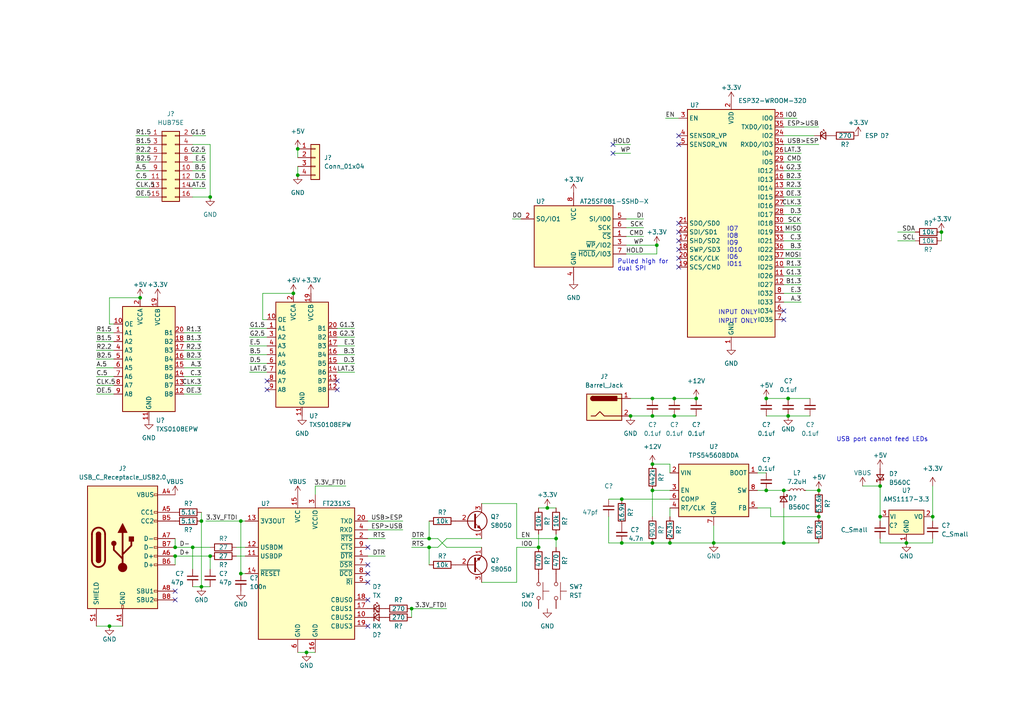
<source format=kicad_sch>
(kicad_sch (version 20211123) (generator eeschema)
  (paper "A4")
  (lib_symbols
    (symbol "Connector:Barrel_Jack" (pin_names (offset 1.016))
      (property "Reference" "J" (at 0 5.334 0))
      (property "Value" "Barrel_Jack" (at 0 -5.08 0))
      (symbol "Barrel_Jack_1_1"
        (pin passive line (at 7.62 2.54 180) (length 2.54) (name "~") (number "1"))
        (pin passive line (at 7.62 -2.54 180) (length 2.54) (name "~") (number "2"))
      )
    )
    (symbol "Connector:USB_C_Receptacle_USB2.0" (pin_names (offset 1.016))
      (property "Reference" "J" (at -10.16 19.05 0))
      (property "Value" "USB_C_Receptacle_USB2.0" (at 19.05 19.05 0))
      (symbol "USB_C_Receptacle_USB2.0_1_1"
        (pin passive line (at 0 -22.86 90) (length 5.08) (name "GND") (number "A1"))
        (pin passive line (at 0 -22.86 90) (length 5.08) hide (name "GND") (number "A12"))
        (pin passive line (at 15.24 15.24 180) (length 5.08) (name "VBUS") (number "A4"))
        (pin bidirectional line (at 15.24 10.16 180) (length 5.08) (name "CC1") (number "A5"))
        (pin bidirectional line (at 15.24 -2.54 180) (length 5.08) (name "D+") (number "A6"))
        (pin bidirectional line (at 15.24 2.54 180) (length 5.08) (name "D-") (number "A7"))
        (pin bidirectional line (at 15.24 -12.7 180) (length 5.08) (name "SBU1") (number "A8"))
        (pin passive line (at 15.24 15.24 180) (length 5.08) hide (name "VBUS") (number "A9"))
        (pin passive line (at 0 -22.86 90) (length 5.08) hide (name "GND") (number "B1"))
        (pin passive line (at 0 -22.86 90) (length 5.08) hide (name "GND") (number "B12"))
        (pin passive line (at 15.24 15.24 180) (length 5.08) hide (name "VBUS") (number "B4"))
        (pin bidirectional line (at 15.24 7.62 180) (length 5.08) (name "CC2") (number "B5"))
        (pin bidirectional line (at 15.24 -5.08 180) (length 5.08) (name "D+") (number "B6"))
        (pin bidirectional line (at 15.24 0 180) (length 5.08) (name "D-") (number "B7"))
        (pin bidirectional line (at 15.24 -15.24 180) (length 5.08) (name "SBU2") (number "B8"))
        (pin passive line (at 15.24 15.24 180) (length 5.08) hide (name "VBUS") (number "B9"))
        (pin passive line (at -7.62 -22.86 90) (length 5.08) (name "SHIELD") (number "S1"))
      )
    )
    (symbol "Connector_Generic:Conn_01x04" (pin_names (offset 1.016) hide)
      (property "Reference" "J" (at 0 5.08 0))
      (property "Value" "Conn_01x04" (at 0 -7.62 0))
      (symbol "Conn_01x04_1_1"
        (pin passive line (at -5.08 2.54 0) (length 3.81) (name "Pin_1") (number "1"))
        (pin passive line (at -5.08 0 0) (length 3.81) (name "Pin_2") (number "2"))
        (pin passive line (at -5.08 -2.54 0) (length 3.81) (name "Pin_3") (number "3"))
        (pin passive line (at -5.08 -5.08 0) (length 3.81) (name "Pin_4") (number "4"))
      )
    )
    (symbol "Connector_Generic:Conn_02x08_Odd_Even" (pin_names (offset 1.016) hide)
      (property "Reference" "J" (at 1.27 10.16 0))
      (property "Value" "Conn_02x08_Odd_Even" (at 1.27 -12.7 0))
      (symbol "Conn_02x08_Odd_Even_1_1"
        (pin passive line (at -5.08 7.62 0) (length 3.81) (name "Pin_1") (number "1"))
        (pin passive line (at 7.62 -2.54 180) (length 3.81) (name "Pin_10") (number "10"))
        (pin passive line (at -5.08 -5.08 0) (length 3.81) (name "Pin_11") (number "11"))
        (pin passive line (at 7.62 -5.08 180) (length 3.81) (name "Pin_12") (number "12"))
        (pin passive line (at -5.08 -7.62 0) (length 3.81) (name "Pin_13") (number "13"))
        (pin passive line (at 7.62 -7.62 180) (length 3.81) (name "Pin_14") (number "14"))
        (pin passive line (at -5.08 -10.16 0) (length 3.81) (name "Pin_15") (number "15"))
        (pin passive line (at 7.62 -10.16 180) (length 3.81) (name "Pin_16") (number "16"))
        (pin passive line (at 7.62 7.62 180) (length 3.81) (name "Pin_2") (number "2"))
        (pin passive line (at -5.08 5.08 0) (length 3.81) (name "Pin_3") (number "3"))
        (pin passive line (at 7.62 5.08 180) (length 3.81) (name "Pin_4") (number "4"))
        (pin passive line (at -5.08 2.54 0) (length 3.81) (name "Pin_5") (number "5"))
        (pin passive line (at 7.62 2.54 180) (length 3.81) (name "Pin_6") (number "6"))
        (pin passive line (at -5.08 0 0) (length 3.81) (name "Pin_7") (number "7"))
        (pin passive line (at 7.62 0 180) (length 3.81) (name "Pin_8") (number "8"))
        (pin passive line (at -5.08 -2.54 0) (length 3.81) (name "Pin_9") (number "9"))
      )
    )
    (symbol "Device:C_Small" (pin_numbers hide) (pin_names (offset 0.254) hide)
      (property "Reference" "C" (at 0.254 1.778 0))
      (property "Value" "C_Small" (at 0.254 -2.032 0))
      (symbol "C_Small_1_1"
        (pin passive line (at 0 2.54 270) (length 2.032) (name "~") (number "1"))
        (pin passive line (at 0 -2.54 90) (length 2.032) (name "~") (number "2"))
      )
    )
    (symbol "Device:D_Schottky_Small" (pin_numbers hide) (pin_names (offset 0.254) hide)
      (property "Reference" "D" (at -1.27 2.032 0))
      (property "Value" "D_Schottky_Small" (at -7.112 -2.032 0))
      (symbol "D_Schottky_Small_1_1"
        (pin passive line (at -2.54 0 0) (length 1.778) (name "K") (number "1"))
        (pin passive line (at 2.54 0 180) (length 1.778) (name "A") (number "2"))
      )
    )
    (symbol "Device:LED_Small" (pin_numbers hide) (pin_names (offset 0.254) hide)
      (property "Reference" "D" (at -1.27 3.175 0))
      (property "Value" "LED_Small" (at -4.445 -2.54 0))
      (symbol "LED_Small_1_1"
        (pin passive line (at -2.54 0 0) (length 1.778) (name "K") (number "1"))
        (pin passive line (at 2.54 0 180) (length 1.778) (name "A") (number "2"))
      )
    )
    (symbol "Device:L_Small" (pin_numbers hide) (pin_names (offset 0.254) hide)
      (property "Reference" "L" (at 0.762 1.016 0))
      (property "Value" "L_Small" (at 0.762 -1.016 0))
      (symbol "L_Small_1_1"
        (pin passive line (at 0 2.54 270) (length 0.508) (name "~") (number "1"))
        (pin passive line (at 0 -2.54 90) (length 0.508) (name "~") (number "2"))
      )
    )
    (symbol "Device:R" (pin_numbers hide) (pin_names (offset 0))
      (property "Reference" "R" (at 2.032 0 90))
      (property "Value" "R" (at 0 0 90))
      (symbol "R_1_1"
        (pin passive line (at 0 3.81 270) (length 1.27) (name "~") (number "1"))
        (pin passive line (at 0 -3.81 90) (length 1.27) (name "~") (number "2"))
      )
    )
    (symbol "Interface_USB:FT231XS"
      (property "Reference" "U" (at -13.97 20.32 0))
      (property "Value" "FT231XS" (at 7.62 20.32 0))
      (symbol "FT231XS_1_1"
        (pin output line (at 17.78 5.08 180) (length 3.81) (name "~{DTR}") (number "1"))
        (pin bidirectional line (at 17.78 -12.7 180) (length 3.81) (name "CBUS2") (number "10"))
        (pin bidirectional line (at -17.78 5.08 0) (length 3.81) (name "USBDP") (number "11"))
        (pin bidirectional line (at -17.78 7.62 0) (length 3.81) (name "USBDM") (number "12"))
        (pin power_out line (at -17.78 15.24 0) (length 3.81) (name "3V3OUT") (number "13"))
        (pin input line (at -17.78 0 0) (length 3.81) (name "~{RESET}") (number "14"))
        (pin power_in line (at -2.54 22.86 270) (length 3.81) (name "VCC") (number "15"))
        (pin power_in line (at 2.54 -22.86 90) (length 3.81) (name "GND") (number "16"))
        (pin bidirectional line (at 17.78 -10.16 180) (length 3.81) (name "CBUS1") (number "17"))
        (pin bidirectional line (at 17.78 -7.62 180) (length 3.81) (name "CBUS0") (number "18"))
        (pin bidirectional line (at 17.78 -15.24 180) (length 3.81) (name "CBUS3") (number "19"))
        (pin output line (at 17.78 10.16 180) (length 3.81) (name "~{RTS}") (number "2"))
        (pin output line (at 17.78 15.24 180) (length 3.81) (name "TXD") (number "20"))
        (pin power_in line (at 2.54 22.86 270) (length 3.81) (name "VCCIO") (number "3"))
        (pin input line (at 17.78 12.7 180) (length 3.81) (name "RXD") (number "4"))
        (pin input line (at 17.78 -2.54 180) (length 3.81) (name "~{RI}") (number "5"))
        (pin power_in line (at -2.54 -22.86 90) (length 3.81) (name "GND") (number "6"))
        (pin input line (at 17.78 2.54 180) (length 3.81) (name "~{DSR}") (number "7"))
        (pin input line (at 17.78 0 180) (length 3.81) (name "~{DCD}") (number "8"))
        (pin input line (at 17.78 7.62 180) (length 3.81) (name "~{CTS}") (number "9"))
      )
    )
    (symbol "Logic_LevelTranslator:TXS0108EPW"
      (property "Reference" "U" (at -6.35 16.51 0))
      (property "Value" "TXS0108EPW" (at 3.81 16.51 0))
      (symbol "TXS0108EPW_1_1"
        (pin bidirectional line (at -10.16 7.62 0) (length 2.54) (name "A1") (number "1"))
        (pin input line (at -10.16 10.16 0) (length 2.54) (name "OE") (number "10"))
        (pin power_in line (at 0 -17.78 90) (length 2.54) (name "GND") (number "11"))
        (pin bidirectional line (at 10.16 -10.16 180) (length 2.54) (name "B8") (number "12"))
        (pin bidirectional line (at 10.16 -7.62 180) (length 2.54) (name "B7") (number "13"))
        (pin bidirectional line (at 10.16 -5.08 180) (length 2.54) (name "B6") (number "14"))
        (pin bidirectional line (at 10.16 -2.54 180) (length 2.54) (name "B5") (number "15"))
        (pin bidirectional line (at 10.16 0 180) (length 2.54) (name "B4") (number "16"))
        (pin bidirectional line (at 10.16 2.54 180) (length 2.54) (name "B3") (number "17"))
        (pin bidirectional line (at 10.16 5.08 180) (length 2.54) (name "B2") (number "18"))
        (pin power_in line (at 2.54 17.78 270) (length 2.54) (name "VCCB") (number "19"))
        (pin power_in line (at -2.54 17.78 270) (length 2.54) (name "VCCA") (number "2"))
        (pin bidirectional line (at 10.16 7.62 180) (length 2.54) (name "B1") (number "20"))
        (pin bidirectional line (at -10.16 5.08 0) (length 2.54) (name "A2") (number "3"))
        (pin bidirectional line (at -10.16 2.54 0) (length 2.54) (name "A3") (number "4"))
        (pin bidirectional line (at -10.16 0 0) (length 2.54) (name "A4") (number "5"))
        (pin bidirectional line (at -10.16 -2.54 0) (length 2.54) (name "A5") (number "6"))
        (pin bidirectional line (at -10.16 -5.08 0) (length 2.54) (name "A6") (number "7"))
        (pin bidirectional line (at -10.16 -7.62 0) (length 2.54) (name "A7") (number "8"))
        (pin bidirectional line (at -10.16 -10.16 0) (length 2.54) (name "A8") (number "9"))
      )
    )
    (symbol "Memory_Flash:AT25SF081-SSHD-X"
      (property "Reference" "U" (at 2.54 12.7 0))
      (property "Value" "AT25SF081-SSHD-X" (at 10.16 10.16 0))
      (symbol "AT25SF081-SSHD-X_1_1"
        (pin input line (at -15.24 0 0) (length 3.81) (name "~{CS}") (number "1"))
        (pin bidirectional line (at 15.24 5.08 180) (length 3.81) (name "SO/IO1") (number "2"))
        (pin bidirectional line (at -15.24 -2.54 0) (length 3.81) (name "~{WP}/IO2") (number "3"))
        (pin power_in line (at 0 -12.7 90) (length 3.81) (name "GND") (number "4"))
        (pin bidirectional line (at -15.24 5.08 0) (length 3.81) (name "SI/IO0") (number "5"))
        (pin input line (at -15.24 2.54 0) (length 3.81) (name "SCK") (number "6"))
        (pin bidirectional line (at -15.24 -5.08 0) (length 3.81) (name "~{HOLD}/IO3") (number "7"))
        (pin power_in line (at 0 12.7 270) (length 3.81) (name "VCC") (number "8"))
      )
    )
    (symbol "RF_Module:ESP32-WROOM-32D"
      (property "Reference" "U" (at -12.7 34.29 0))
      (property "Value" "ESP32-WROOM-32D" (at 1.27 34.29 0))
      (symbol "ESP32-WROOM-32D_1_1"
        (pin power_in line (at 0 -35.56 90) (length 2.54) (name "GND") (number "1"))
        (pin bidirectional line (at 15.24 -12.7 180) (length 2.54) (name "IO25") (number "10"))
        (pin bidirectional line (at 15.24 -15.24 180) (length 2.54) (name "IO26") (number "11"))
        (pin bidirectional line (at 15.24 -17.78 180) (length 2.54) (name "IO27") (number "12"))
        (pin bidirectional line (at 15.24 10.16 180) (length 2.54) (name "IO14") (number "13"))
        (pin bidirectional line (at 15.24 15.24 180) (length 2.54) (name "IO12") (number "14"))
        (pin passive line (at 0 -35.56 90) (length 2.54) hide (name "GND") (number "15"))
        (pin bidirectional line (at 15.24 12.7 180) (length 2.54) (name "IO13") (number "16"))
        (pin bidirectional line (at -15.24 -5.08 0) (length 2.54) (name "SHD/SD2") (number "17"))
        (pin bidirectional line (at -15.24 -7.62 0) (length 2.54) (name "SWP/SD3") (number "18"))
        (pin bidirectional line (at -15.24 -12.7 0) (length 2.54) (name "SCS/CMD") (number "19"))
        (pin power_in line (at 0 35.56 270) (length 2.54) (name "VDD") (number "2"))
        (pin bidirectional line (at -15.24 -10.16 0) (length 2.54) (name "SCK/CLK") (number "20"))
        (pin bidirectional line (at -15.24 0 0) (length 2.54) (name "SDO/SD0") (number "21"))
        (pin bidirectional line (at -15.24 -2.54 0) (length 2.54) (name "SDI/SD1") (number "22"))
        (pin bidirectional line (at 15.24 7.62 180) (length 2.54) (name "IO15") (number "23"))
        (pin bidirectional line (at 15.24 25.4 180) (length 2.54) (name "IO2") (number "24"))
        (pin bidirectional line (at 15.24 30.48 180) (length 2.54) (name "IO0") (number "25"))
        (pin bidirectional line (at 15.24 20.32 180) (length 2.54) (name "IO4") (number "26"))
        (pin bidirectional line (at 15.24 5.08 180) (length 2.54) (name "IO16") (number "27"))
        (pin bidirectional line (at 15.24 2.54 180) (length 2.54) (name "IO17") (number "28"))
        (pin bidirectional line (at 15.24 17.78 180) (length 2.54) (name "IO5") (number "29"))
        (pin input line (at -15.24 30.48 0) (length 2.54) (name "EN") (number "3"))
        (pin bidirectional line (at 15.24 0 180) (length 2.54) (name "IO18") (number "30"))
        (pin bidirectional line (at 15.24 -2.54 180) (length 2.54) (name "IO19") (number "31"))
        (pin no_connect line (at -12.7 -27.94 0) (length 2.54) hide (name "NC") (number "32"))
        (pin bidirectional line (at 15.24 -5.08 180) (length 2.54) (name "IO21") (number "33"))
        (pin bidirectional line (at 15.24 22.86 180) (length 2.54) (name "RXD0/IO3") (number "34"))
        (pin bidirectional line (at 15.24 27.94 180) (length 2.54) (name "TXD0/IO1") (number "35"))
        (pin bidirectional line (at 15.24 -7.62 180) (length 2.54) (name "IO22") (number "36"))
        (pin bidirectional line (at 15.24 -10.16 180) (length 2.54) (name "IO23") (number "37"))
        (pin passive line (at 0 -35.56 90) (length 2.54) hide (name "GND") (number "38"))
        (pin passive line (at 0 -35.56 90) (length 2.54) hide (name "GND") (number "39"))
        (pin input line (at -15.24 25.4 0) (length 2.54) (name "SENSOR_VP") (number "4"))
        (pin input line (at -15.24 22.86 0) (length 2.54) (name "SENSOR_VN") (number "5"))
        (pin input line (at 15.24 -25.4 180) (length 2.54) (name "IO34") (number "6"))
        (pin input line (at 15.24 -27.94 180) (length 2.54) (name "IO35") (number "7"))
        (pin bidirectional line (at 15.24 -20.32 180) (length 2.54) (name "IO32") (number "8"))
        (pin bidirectional line (at 15.24 -22.86 180) (length 2.54) (name "IO33") (number "9"))
      )
    )
    (symbol "Regulator_Linear:AMS1117-3.3" (pin_names (offset 0.254))
      (property "Reference" "U" (at -3.81 3.175 0))
      (property "Value" "AMS1117-3.3" (at 0 3.175 0))
      (symbol "AMS1117-3.3_1_1"
        (pin power_in line (at 0 -7.62 90) (length 2.54) (name "GND") (number "1"))
        (pin power_out line (at 7.62 0 180) (length 2.54) (name "VO") (number "2"))
        (pin power_in line (at -7.62 0 0) (length 2.54) (name "VI") (number "3"))
      )
    )
    (symbol "Regulator_Switching:TPS54560BDDA"
      (property "Reference" "U" (at -6.35 8.89 0))
      (property "Value" "TPS54560BDDA" (at 10.16 8.89 0))
      (symbol "TPS54560BDDA_1_1"
        (pin passive line (at 12.7 5.08 180) (length 2.54) (name "BOOT") (number "1"))
        (pin power_in line (at -12.7 5.08 0) (length 2.54) (name "VIN") (number "2"))
        (pin input line (at -12.7 0 0) (length 2.54) (name "EN") (number "3"))
        (pin passive line (at -12.7 -5.08 0) (length 2.54) (name "RT/CLK") (number "4"))
        (pin input line (at 12.7 -5.08 180) (length 2.54) (name "FB") (number "5"))
        (pin output line (at -12.7 -2.54 0) (length 2.54) (name "COMP") (number "6"))
        (pin power_in line (at 0 -10.16 90) (length 2.54) (name "GND") (number "7"))
        (pin power_out line (at 12.7 0 180) (length 2.54) (name "SW") (number "8"))
        (pin passive line (at 0 -10.16 90) (length 2.54) hide (name "GND") (number "9"))
      )
    )
    (symbol "Switch:SW_Push" (pin_numbers hide) (pin_names (offset 1.016) hide)
      (property "Reference" "SW" (at 1.27 2.54 0))
      (property "Value" "SW_Push" (at 0 -1.524 0))
      (symbol "SW_Push_0_1"
        (pin passive line (at -5.08 0 0) (length 2.54) (name "1") (number "1"))
        (pin passive line (at 5.08 0 180) (length 2.54) (name "2") (number "2"))
      )
    )
    (symbol "Transistor_BJT:S8050" (pin_names (offset 0) hide)
      (property "Reference" "Q" (at 5.08 1.905 0))
      (property "Value" "S8050" (at 5.08 0 0))
      (symbol "S8050_1_1"
        (pin passive line (at 2.54 -5.08 90) (length 2.54) (name "E") (number "1"))
        (pin input line (at -5.08 0 0) (length 5.08) (name "B") (number "2"))
        (pin passive line (at 2.54 5.08 270) (length 2.54) (name "C") (number "3"))
      )
    )
    (symbol "power:+12V" (power) (pin_names (offset 0))
      (property "Value" "+12V" (at 0 3.556 0))
      (symbol "+12V_1_1"
        (pin power_in line (at 0 0 90) (length 0) hide (name "+12V") (number "1"))
      )
    )
    (symbol "power:+3.3V" (power) (pin_names (offset 0))
      (property "Value" "+3.3V" (at 0 3.556 0))
      (symbol "+3.3V_1_1"
        (pin power_in line (at 0 0 90) (length 0) hide (name "+3.3V") (number "1"))
      )
    )
    (symbol "power:+5V" (power) (pin_names (offset 0))
      (property "Value" "+5V" (at 0 3.556 0))
      (symbol "+5V_1_1"
        (pin power_in line (at 0 0 90) (length 0) hide (name "+5V") (number "1"))
      )
    )
    (symbol "power:GND" (power) (pin_names (offset 0))
      (property "Value" "GND" (at 0 -3.81 0))
      (symbol "GND_1_1"
        (pin power_in line (at 0 0 270) (length 0) hide (name "GND") (number "1"))
      )
    )
    (symbol "power:VBUS" (power) (pin_names (offset 0))
      (property "Value" "VBUS" (at 0 3.81 0))
      (symbol "VBUS_1_1"
        (pin power_in line (at 0 0 90) (length 0) hide (name "VBUS") (number "1"))
      )
    )
  )
  (junction (at 227.33 142.24))
  (junction (at 195.58 115.57))
  (junction (at 58.42 170.18))
  (junction (at 222.25 115.57))
  (junction (at 86.36 50.8))
  (junction (at 86.36 43.18))
  (junction (at 189.23 134.62))
  (junction (at 60.96 57.15))
  (junction (at 88.9 189.23))
  (junction (at 255.27 140.97))
  (junction (at 40.64 86.36))
  (junction (at 50.8 161.29))
  (junction (at 124.46 156.21))
  (junction (at 55.88 158.75))
  (junction (at 60.96 161.29))
  (junction (at 85.09 85.09))
  (junction (at 119.38 176.53))
  (junction (at 69.85 151.13))
  (junction (at 189.23 142.24))
  (junction (at 182.88 120.65))
  (junction (at 124.46 158.75))
  (junction (at 255.27 149.86))
  (junction (at 237.49 142.24))
  (junction (at 189.23 115.57))
  (junction (at 201.93 115.57))
  (junction (at 237.49 149.86))
  (junction (at 207.01 157.48))
  (junction (at 273.05 67.31))
  (junction (at 190.5 71.12))
  (junction (at 222.25 142.24))
  (junction (at 69.85 166.37))
  (junction (at 262.89 157.48))
  (junction (at 58.42 151.13))
  (junction (at 180.34 144.78))
  (junction (at 228.6 120.65))
  (junction (at 227.33 157.48))
  (junction (at 180.34 157.48))
  (junction (at 195.58 120.65))
  (junction (at 270.51 149.86))
  (junction (at 194.31 157.48))
  (junction (at 189.23 157.48))
  (junction (at 158.75 147.32))
  (junction (at 189.23 120.65))
  (junction (at 161.29 156.21))
  (junction (at 31.75 181.61))
  (junction (at 50.8 158.75))
  (junction (at 228.6 115.57))
  (junction (at 156.21 158.75))
  (no_connect (at 196.85 41.91))
  (no_connect (at 196.85 39.37))
  (no_connect (at 196.85 72.39))
  (no_connect (at 196.85 74.93))
  (no_connect (at 196.85 77.47))
  (no_connect (at 196.85 67.31))
  (no_connect (at 196.85 69.85))
  (no_connect (at 196.85 64.77))
  (no_connect (at 177.8 44.45))
  (no_connect (at 177.8 41.91))
  (no_connect (at 106.68 173.99))
  (no_connect (at 106.68 168.91))
  (no_connect (at 106.68 181.61))
  (no_connect (at 97.79 110.49))
  (no_connect (at 97.79 113.03))
  (no_connect (at 77.47 113.03))
  (no_connect (at 227.33 92.71))
  (no_connect (at 227.33 90.17))
  (no_connect (at 50.8 173.99))
  (no_connect (at 50.8 171.45))
  (no_connect (at 77.47 110.49))
  (no_connect (at 106.68 158.75))
  (no_connect (at 106.68 166.37))
  (no_connect (at 106.68 163.83))
  (wire (pts (xy 86.36 189.23) (xy 88.9 189.23)))
  (wire (pts (xy 55.88 170.18) (xy 58.42 170.18)))
  (wire (pts (xy 227.33 52.07) (xy 232.41 52.07)))
  (wire (pts (xy 60.96 161.29) (xy 60.96 165.1)))
  (wire (pts (xy 189.23 149.86) (xy 189.23 142.24)))
  (wire (pts (xy 227.33 82.55) (xy 232.41 82.55)))
  (wire (pts (xy 69.85 151.13) (xy 71.12 151.13)))
  (wire (pts (xy 156.21 147.32) (xy 158.75 147.32)))
  (wire (pts (xy 189.23 142.24) (xy 194.31 142.24)))
  (wire (pts (xy 76.2 92.71) (xy 77.47 92.71)))
  (wire (pts (xy 58.42 148.59) (xy 58.42 151.13)))
  (wire (pts (xy 53.34 104.14) (xy 58.42 104.14)))
  (wire (pts (xy 227.33 69.85) (xy 232.41 69.85)))
  (wire (pts (xy 227.33 77.47) (xy 232.41 77.47)))
  (wire (pts (xy 119.38 158.75) (xy 124.46 158.75)))
  (wire (pts (xy 39.37 57.15) (xy 43.18 57.15)))
  (wire (pts (xy 181.61 66.04) (xy 186.69 66.04)))
  (wire (pts (xy 31.75 86.36) (xy 40.64 86.36)))
  (wire (pts (xy 39.37 44.45) (xy 43.18 44.45)))
  (wire (pts (xy 149.86 158.75) (xy 156.21 158.75)))
  (wire (pts (xy 190.5 73.66) (xy 190.5 71.12)))
  (wire (pts (xy 227.33 147.32) (xy 227.33 157.48)))
  (wire (pts (xy 53.34 106.68) (xy 58.42 106.68)))
  (wire (pts (xy 255.27 157.48) (xy 255.27 156.21)))
  (wire (pts (xy 139.7 158.75) (xy 129.54 158.75)))
  (wire (pts (xy 270.51 157.48) (xy 262.89 157.48)))
  (wire (pts (xy 227.33 36.83) (xy 237.49 36.83)))
  (wire (pts (xy 176.53 149.86) (xy 176.53 157.48)))
  (wire (pts (xy 222.25 120.65) (xy 228.6 120.65)))
  (wire (pts (xy 227.33 39.37) (xy 236.22 39.37)))
  (wire (pts (xy 270.51 156.21) (xy 270.51 157.48)))
  (wire (pts (xy 127 156.21) (xy 124.46 156.21)))
  (wire (pts (xy 86.36 48.26) (xy 86.36 50.8)))
  (wire (pts (xy 50.8 156.21) (xy 50.8 158.75)))
  (wire (pts (xy 181.61 73.66) (xy 190.5 73.66)))
  (wire (pts (xy 102.87 105.41) (xy 97.79 105.41)))
  (wire (pts (xy 149.86 168.91) (xy 139.7 168.91)))
  (wire (pts (xy 53.34 96.52) (xy 58.42 96.52)))
  (wire (pts (xy 194.31 134.62) (xy 194.31 137.16)))
  (wire (pts (xy 72.39 102.87) (xy 77.47 102.87)))
  (wire (pts (xy 55.88 39.37) (xy 59.69 39.37)))
  (wire (pts (xy 129.54 176.53) (xy 119.38 176.53)))
  (wire (pts (xy 227.33 41.91) (xy 237.49 41.91)))
  (wire (pts (xy 233.68 142.24) (xy 237.49 142.24)))
  (wire (pts (xy 223.52 149.86) (xy 223.52 147.32)))
  (wire (pts (xy 227.33 64.77) (xy 232.41 64.77)))
  (wire (pts (xy 88.9 189.23) (xy 91.44 189.23)))
  (wire (pts (xy 227.33 59.69) (xy 232.41 59.69)))
  (wire (pts (xy 106.68 161.29) (xy 111.76 161.29)))
  (wire (pts (xy 39.37 41.91) (xy 43.18 41.91)))
  (wire (pts (xy 60.96 41.91) (xy 60.96 57.15)))
  (wire (pts (xy 180.34 144.78) (xy 194.31 144.78)))
  (wire (pts (xy 195.58 120.65) (xy 201.93 120.65)))
  (wire (pts (xy 270.51 149.86) (xy 270.51 151.13)))
  (wire (pts (xy 53.34 99.06) (xy 58.42 99.06)))
  (wire (pts (xy 55.88 44.45) (xy 59.69 44.45)))
  (wire (pts (xy 180.34 157.48) (xy 189.23 157.48)))
  (wire (pts (xy 27.94 111.76) (xy 33.02 111.76)))
  (wire (pts (xy 39.37 52.07) (xy 43.18 52.07)))
  (wire (pts (xy 227.33 87.63) (xy 232.41 87.63)))
  (wire (pts (xy 148.59 63.5) (xy 151.13 63.5)))
  (wire (pts (xy 158.75 147.32) (xy 161.29 147.32)))
  (wire (pts (xy 27.94 109.22) (xy 33.02 109.22)))
  (wire (pts (xy 102.87 97.79) (xy 97.79 97.79)))
  (wire (pts (xy 273.05 67.31) (xy 273.05 69.85)))
  (wire (pts (xy 69.85 151.13) (xy 69.85 166.37)))
  (wire (pts (xy 55.88 41.91) (xy 60.96 41.91)))
  (wire (pts (xy 39.37 39.37) (xy 43.18 39.37)))
  (wire (pts (xy 223.52 149.86) (xy 237.49 149.86)))
  (wire (pts (xy 106.68 153.67) (xy 116.84 153.67)))
  (wire (pts (xy 27.94 114.3) (xy 33.02 114.3)))
  (wire (pts (xy 189.23 157.48) (xy 194.31 157.48)))
  (wire (pts (xy 27.94 96.52) (xy 33.02 96.52)))
  (wire (pts (xy 255.27 140.97) (xy 255.27 149.86)))
  (wire (pts (xy 31.75 93.98) (xy 31.75 86.36)))
  (wire (pts (xy 50.8 163.83) (xy 50.8 161.29)))
  (wire (pts (xy 194.31 147.32) (xy 194.31 149.86)))
  (wire (pts (xy 222.25 142.24) (xy 227.33 142.24)))
  (wire (pts (xy 39.37 49.53) (xy 43.18 49.53)))
  (wire (pts (xy 156.21 154.94) (xy 156.21 158.75)))
  (wire (pts (xy 55.88 158.75) (xy 55.88 165.1)))
  (wire (pts (xy 27.94 104.14) (xy 33.02 104.14)))
  (wire (pts (xy 33.02 93.98) (xy 31.75 93.98)))
  (wire (pts (xy 72.39 105.41) (xy 77.47 105.41)))
  (wire (pts (xy 27.94 181.61) (xy 31.75 181.61)))
  (wire (pts (xy 260.35 67.31) (xy 265.43 67.31)))
  (wire (pts (xy 50.8 161.29) (xy 60.96 161.29)))
  (wire (pts (xy 39.37 46.99) (xy 43.18 46.99)))
  (wire (pts (xy 72.39 100.33) (xy 77.47 100.33)))
  (wire (pts (xy 86.36 43.18) (xy 86.36 45.72)))
  (wire (pts (xy 119.38 156.21) (xy 124.46 156.21)))
  (wire (pts (xy 124.46 158.75) (xy 124.46 163.83)))
  (wire (pts (xy 262.89 157.48) (xy 255.27 157.48)))
  (wire (pts (xy 68.58 158.75) (xy 71.12 158.75)))
  (wire (pts (xy 124.46 156.21) (xy 124.46 151.13)))
  (wire (pts (xy 27.94 106.68) (xy 33.02 106.68)))
  (wire (pts (xy 85.09 85.09) (xy 76.2 85.09)))
  (wire (pts (xy 31.75 181.61) (xy 35.56 181.61)))
  (wire (pts (xy 39.37 54.61) (xy 43.18 54.61)))
  (wire (pts (xy 176.53 144.78) (xy 180.34 144.78)))
  (wire (pts (xy 195.58 115.57) (xy 201.93 115.57)))
  (wire (pts (xy 139.7 156.21) (xy 129.54 156.21)))
  (wire (pts (xy 189.23 134.62) (xy 194.31 134.62)))
  (wire (pts (xy 50.8 158.75) (xy 55.88 158.75)))
  (wire (pts (xy 232.41 80.01) (xy 227.33 80.01)))
  (wire (pts (xy 228.6 115.57) (xy 234.95 115.57)))
  (wire (pts (xy 72.39 107.95) (xy 77.47 107.95)))
  (wire (pts (xy 102.87 95.25) (xy 97.79 95.25)))
  (wire (pts (xy 58.42 170.18) (xy 60.96 170.18)))
  (wire (pts (xy 119.38 176.53) (xy 119.38 179.07)))
  (wire (pts (xy 181.61 68.58) (xy 186.69 68.58)))
  (wire (pts (xy 227.33 74.93) (xy 232.41 74.93)))
  (wire (pts (xy 71.12 166.37) (xy 69.85 166.37)))
  (wire (pts (xy 219.71 137.16) (xy 222.25 137.16)))
  (wire (pts (xy 223.52 147.32) (xy 219.71 147.32)))
  (wire (pts (xy 91.44 140.97) (xy 100.33 140.97)))
  (wire (pts (xy 139.7 146.05) (xy 149.86 146.05)))
  (wire (pts (xy 161.29 156.21) (xy 161.29 158.75)))
  (wire (pts (xy 260.35 69.85) (xy 265.43 69.85)))
  (wire (pts (xy 227.33 54.61) (xy 232.41 54.61)))
  (wire (pts (xy 55.88 52.07) (xy 59.69 52.07)))
  (wire (pts (xy 227.33 142.24) (xy 228.6 142.24)))
  (wire (pts (xy 232.41 85.09) (xy 227.33 85.09)))
  (wire (pts (xy 181.61 63.5) (xy 186.69 63.5)))
  (wire (pts (xy 149.86 158.75) (xy 149.86 168.91)))
  (wire (pts (xy 189.23 115.57) (xy 195.58 115.57)))
  (wire (pts (xy 232.41 44.45) (xy 227.33 44.45)))
  (wire (pts (xy 129.54 158.75) (xy 127 156.21)))
  (wire (pts (xy 270.51 140.97) (xy 270.51 149.86)))
  (wire (pts (xy 227.33 157.48) (xy 237.49 157.48)))
  (wire (pts (xy 55.88 49.53) (xy 59.69 49.53)))
  (wire (pts (xy 58.42 151.13) (xy 58.42 170.18)))
  (wire (pts (xy 228.6 120.65) (xy 234.95 120.65)))
  (wire (pts (xy 232.41 72.39) (xy 227.33 72.39)))
  (wire (pts (xy 59.69 151.13) (xy 69.85 151.13)))
  (wire (pts (xy 232.41 62.23) (xy 227.33 62.23)))
  (wire (pts (xy 55.88 57.15) (xy 60.96 57.15)))
  (wire (pts (xy 127 158.75) (xy 124.46 158.75)))
  (wire (pts (xy 232.41 49.53) (xy 227.33 49.53)))
  (wire (pts (xy 53.34 101.6) (xy 58.42 101.6)))
  (wire (pts (xy 193.04 34.29) (xy 196.85 34.29)))
  (wire (pts (xy 76.2 85.09) (xy 76.2 92.71)))
  (wire (pts (xy 91.44 143.51) (xy 91.44 140.97)))
  (wire (pts (xy 194.31 157.48) (xy 207.01 157.48)))
  (wire (pts (xy 149.86 146.05) (xy 149.86 156.21)))
  (wire (pts (xy 222.25 115.57) (xy 228.6 115.57)))
  (wire (pts (xy 53.34 111.76) (xy 58.42 111.76)))
  (wire (pts (xy 72.39 97.79) (xy 77.47 97.79)))
  (wire (pts (xy 102.87 102.87) (xy 97.79 102.87)))
  (wire (pts (xy 227.33 157.48) (xy 207.01 157.48)))
  (wire (pts (xy 106.68 156.21) (xy 111.76 156.21)))
  (wire (pts (xy 182.88 120.65) (xy 189.23 120.65)))
  (wire (pts (xy 72.39 95.25) (xy 77.47 95.25)))
  (wire (pts (xy 129.54 156.21) (xy 127 158.75)))
  (wire (pts (xy 181.61 71.12) (xy 190.5 71.12)))
  (wire (pts (xy 219.71 142.24) (xy 222.25 142.24)))
  (wire (pts (xy 102.87 100.33) (xy 97.79 100.33)))
  (wire (pts (xy 177.8 41.91) (xy 182.88 41.91)))
  (wire (pts (xy 182.88 115.57) (xy 189.23 115.57)))
  (wire (pts (xy 102.87 107.95) (xy 97.79 107.95)))
  (wire (pts (xy 27.94 99.06) (xy 33.02 99.06)))
  (wire (pts (xy 250.19 140.97) (xy 255.27 140.97)))
  (wire (pts (xy 176.53 157.48) (xy 180.34 157.48)))
  (wire (pts (xy 53.34 109.22) (xy 58.42 109.22)))
  (wire (pts (xy 227.33 67.31) (xy 232.41 67.31)))
  (wire (pts (xy 53.34 114.3) (xy 58.42 114.3)))
  (wire (pts (xy 55.88 158.75) (xy 60.96 158.75)))
  (wire (pts (xy 207.01 157.48) (xy 207.01 152.4)))
  (wire (pts (xy 149.86 156.21) (xy 161.29 156.21)))
  (wire (pts (xy 55.88 46.99) (xy 59.69 46.99)))
  (wire (pts (xy 189.23 120.65) (xy 195.58 120.65)))
  (wire (pts (xy 177.8 44.45) (xy 182.88 44.45)))
  (wire (pts (xy 68.58 161.29) (xy 71.12 161.29)))
  (wire (pts (xy 55.88 54.61) (xy 59.69 54.61)))
  (wire (pts (xy 106.68 151.13) (xy 116.84 151.13)))
  (wire (pts (xy 227.33 34.29) (xy 231.14 34.29)))
  (wire (pts (xy 227.33 46.99) (xy 232.41 46.99)))
  (wire (pts (xy 255.27 149.86) (xy 255.27 151.13)))
  (wire (pts (xy 27.94 101.6) (xy 33.02 101.6)))
  (wire (pts (xy 161.29 154.94) (xy 161.29 156.21)))
  (wire (pts (xy 227.33 57.15) (xy 232.41 57.15)))
  (text "USB port cannot feed LEDs" (at 242.57 128.27 0) (effects (font (size 1.27 1.27)) (justify left bottom)))
  (text "IO7\nIO8\nIO9\nIO10\nIO6\nIO11" (at 210.82 77.47 0) (effects (font (size 1.27 1.27)) (justify left bottom)))
  (text "Pulled high for\ndual SPI" (at 179.07 78.74 0) (effects (font (size 1.27 1.27)) (justify left bottom)))
  (text "INPUT ONLY" (at 208.28 91.44 0) (effects (font (size 1.27 1.27)) (justify left bottom)))
  (text "INPUT ONLY" (at 208.28 93.98 0) (effects (font (size 1.27 1.27)) (justify left bottom)))
  (label "3.3V_FTDI" (at 59.69 151.13 0))
  (label "RTS" (at 111.76 156.21 180))
  (label "CLK.3" (at 232.41 59.69 180))
  (label "DTR" (at 111.76 161.29 180))
  (label "CLK.5" (at 39.37 54.61 0))
  (label "R1.3" (at 58.42 96.52 180))
  (label "D+" (at 52.07 161.29 0))
  (label "OE.3" (at 232.41 57.15 180))
  (label "B2.5" (at 27.94 104.14 0))
  (label "CLK.3" (at 58.42 111.76 180))
  (label "C.5" (at 39.37 52.07 0))
  (label "WP" (at 186.69 71.12 180))
  (label "E.3" (at 102.87 100.33 180))
  (label "B2.5" (at 39.37 46.99 0))
  (label "D.5" (at 59.69 52.07 180))
  (label "DTR" (at 119.38 156.21 0))
  (label "G1.3" (at 232.41 80.01 180))
  (label "3.3V_FTDI" (at 100.33 140.97 180))
  (label "B.5" (at 72.39 102.87 0))
  (label "R2.3" (at 232.41 54.61 180))
  (label "R1.5" (at 27.94 96.52 0))
  (label "DI" (at 186.69 63.5 180))
  (label "SCL" (at 265.43 69.85 180))
  (label "MOSI" (at 232.41 74.93 180))
  (label "C.5" (at 27.94 109.22 0))
  (label "LAT.3" (at 102.87 107.95 180))
  (label "R2.2" (at 39.37 44.45 0))
  (label "RTS" (at 119.38 158.75 0))
  (label "D.3" (at 232.41 62.23 180))
  (label "D.3" (at 102.87 105.41 180))
  (label "R2.3" (at 58.42 101.6 180))
  (label "IO0" (at 231.14 34.29 180))
  (label "B.5" (at 59.69 49.53 180))
  (label "C.3" (at 58.42 109.22 180))
  (label "CMD" (at 232.41 46.99 180))
  (label "CMD" (at 186.69 68.58 180))
  (label "D-" (at 52.07 158.75 0))
  (label "LAT.5" (at 59.69 54.61 180))
  (label "SDA" (at 265.43 67.31 180))
  (label "E.5" (at 59.69 46.99 180))
  (label "B.3" (at 232.41 72.39 180))
  (label "SCK" (at 186.69 66.04 180))
  (label "B2.3" (at 232.41 52.07 180))
  (label "G2.5" (at 72.39 97.79 0))
  (label "A.5" (at 27.94 106.68 0))
  (label "G2.3" (at 232.41 49.53 180))
  (label "LAT.5" (at 72.39 107.95 0))
  (label "G1.3" (at 102.87 95.25 180))
  (label "OE.5" (at 27.94 114.3 0))
  (label "LAT.3" (at 232.41 44.45 180))
  (label "G2.3" (at 102.87 97.79 180))
  (label "D.5" (at 72.39 105.41 0))
  (label "EN" (at 151.13 156.21 0))
  (label "SCK" (at 232.41 64.77 180))
  (label "CLK.5" (at 27.94 111.76 0))
  (label "DO" (at 148.59 63.5 0))
  (label "ESP>USB" (at 237.49 36.83 180))
  (label "A.3" (at 232.41 87.63 180))
  (label "ESP>USB" (at 116.84 153.67 180))
  (label "B1.5" (at 27.94 99.06 0))
  (label "B.3" (at 102.87 102.87 180))
  (label "B1.5" (at 39.37 41.91 0))
  (label "B2.3" (at 58.42 104.14 180))
  (label "R1.5" (at 39.37 39.37 0))
  (label "C.3" (at 232.41 69.85 180))
  (label "E.3" (at 232.41 85.09 180))
  (label "IO0" (at 151.13 158.75 0))
  (label "R2.2" (at 27.94 101.6 0))
  (label "HOLD" (at 186.69 73.66 180))
  (label "3.3V_FTDI" (at 129.54 176.53 180))
  (label "OE.5" (at 39.37 57.15 0))
  (label "OE.3" (at 58.42 114.3 180))
  (label "HOLD" (at 182.88 41.91 180))
  (label "B1.3" (at 232.41 82.55 180))
  (label "B1.3" (at 58.42 99.06 180))
  (label "R1.3" (at 232.41 77.47 180))
  (label "G1.5" (at 72.39 95.25 0))
  (label "A.3" (at 58.42 106.68 180))
  (label "USB>ESP" (at 116.84 151.13 180))
  (label "WP" (at 182.88 44.45 180))
  (label "EN" (at 193.04 34.29 0))
  (label "A.5" (at 39.37 49.53 0))
  (label "USB>ESP" (at 237.49 41.91 180))
  (label "G2.5" (at 59.69 44.45 180))
  (label "G1.5" (at 59.69 39.37 180))
  (label "MISO" (at 232.41 67.31 180))
  (label "E.5" (at 72.39 100.33 0))
  (symbol (lib_id "Device:LED_Small") (at 109.22 176.53 0) (unit 1)
    (property "Reference" "D?" (at 109.2835 170.18 0))
    (property "Value" "TX" (at 109.2835 172.72 0))
  )
  (symbol (lib_id "Device:R") (at 237.49 153.67 0) (mirror y) (unit 1)
    (property "Reference" "R?" (at 234.95 153.67 90))
    (property "Value" "10.2k" (at 237.49 153.67 90))
  )
  (symbol (lib_id "power:GND") (at 31.75 181.61 0) (unit 1)
    (property "Reference" "#PWR?" (effects hide))
    (property "Value" "GND" (at 31.75 185.42 0))
  )
  (symbol (lib_id "Device:LED_Small") (at 238.76 39.37 0) (unit 1)
    (property "Reference" "D?" (at 256.6035 39.37 0))
    (property "Value" "ESP" (at 252.7935 39.37 0))
  )
  (symbol (lib_id "Device:R") (at 269.24 67.31 270) (mirror x) (unit 1)
    (property "Reference" "R?" (at 269.24 64.77 90))
    (property "Value" "10k" (at 269.24 67.31 90))
  )
  (symbol (lib_id "power:+3.3V") (at 45.72 86.36 0) (unit 1)
    (property "Reference" "#PWR?" (effects hide))
    (property "Value" "+3.3V" (at 45.72 82.55 0))
  )
  (symbol (lib_id "power:GND") (at 87.63 120.65 0) (unit 1)
    (property "Reference" "#PWR?" (effects hide))
    (property "Value" "GND" (at 87.63 125.73 0))
  )
  (symbol (lib_id "Device:R") (at 115.57 176.53 90) (unit 1)
    (property "Reference" "R?" (at 115.57 173.99 90))
    (property "Value" "270" (at 115.57 176.53 90))
  )
  (symbol (lib_id "Device:R") (at 161.29 162.56 0) (mirror x) (unit 1)
    (property "Reference" "R?" (at 163.83 162.56 90))
    (property "Value" "470" (at 161.29 162.56 90))
  )
  (symbol (lib_id "power:+5V") (at 86.36 43.18 0) (unit 1)
    (property "Reference" "#PWR?" (effects hide))
    (property "Value" "+5V" (at 86.36 38.1 0))
  )
  (symbol (lib_id "Device:C_Small") (at 234.95 118.11 0) (unit 1)
    (property "Reference" "C?" (at 233.68 123.1962 0) (effects (justify left)))
    (property "Value" "0.1uf" (at 232.41 125.7362 0) (effects (justify left)))
  )
  (symbol (lib_id "power:VBUS") (at 50.8 143.51 0) (unit 1)
    (property "Reference" "#PWR?" (effects hide))
    (property "Value" "VBUS" (at 50.8 139.7 0))
  )
  (symbol (lib_id "power:GND") (at 58.42 170.18 0) (unit 1)
    (property "Reference" "#PWR?" (effects hide))
    (property "Value" "GND" (at 58.42 173.99 0))
  )
  (symbol (lib_id "Connector_Generic:Conn_01x04") (at 91.44 45.72 0) (unit 1)
    (property "Reference" "J?" (at 93.98 45.7199 0) (effects (justify left)))
    (property "Value" "Conn_01x04" (at 93.98 48.2599 0) (effects (justify left)))
  )
  (symbol (lib_id "Device:R") (at 245.11 39.37 270) (unit 1)
    (property "Reference" "R?" (at 245.11 41.91 90))
    (property "Value" "270" (at 245.11 39.37 90))
  )
  (symbol (lib_id "power:GND") (at 43.18 121.92 0) (unit 1)
    (property "Reference" "#PWR?" (effects hide))
    (property "Value" "GND" (at 43.18 127 0))
  )
  (symbol (lib_id "power:+5V") (at 237.49 142.24 0) (unit 1)
    (property "Reference" "#PWR?" (effects hide))
    (property "Value" "+5V" (at 237.49 138.43 0))
  )
  (symbol (lib_id "Device:R") (at 156.21 162.56 0) (mirror x) (unit 1)
    (property "Reference" "R?" (at 158.75 162.56 90))
    (property "Value" "470" (at 156.21 162.56 90))
  )
  (symbol (lib_id "Device:R") (at 54.61 148.59 90) (unit 1)
    (property "Reference" "R?" (at 54.61 146.05 90))
    (property "Value" "5.1k" (at 54.61 148.59 90))
  )
  (symbol (lib_id "power:GND") (at 212.09 100.33 0) (unit 1)
    (property "Reference" "#PWR?" (effects hide))
    (property "Value" "GND" (at 212.09 105.41 0))
  )
  (symbol (lib_id "power:+5V") (at 222.25 115.57 0) (unit 1)
    (property "Reference" "#PWR?" (effects hide))
    (property "Value" "+5V" (at 222.25 111.76 0))
  )
  (symbol (lib_id "power:GND") (at 228.6 120.65 0) (unit 1)
    (property "Reference" "#PWR?" (effects hide))
    (property "Value" "GND" (at 228.6 124.46 0))
  )
  (symbol (lib_id "Interface_USB:FT231XS") (at 88.9 166.37 0) (unit 1)
    (property "Reference" "U?" (at 75.6794 146.05 0) (effects (justify left)))
    (property "Value" "FT231XS" (at 93.4594 146.05 0) (effects (justify left)))
    (property "Footprint" "Package_SO:SSOP-20_3.9x8.7mm_P0.635mm" (effects hide))
    (property "Datasheet" "https://www.ftdichip.com/Support/Documents/DataSheets/ICs/DS_FT231X.pdf" (effects hide))
  )
  (symbol (lib_id "Device:R") (at 180.34 148.59 0) (mirror x) (unit 1)
    (property "Reference" "R?" (at 182.88 148.59 90))
    (property "Value" "16.9k" (at 180.34 148.59 90))
  )
  (symbol (lib_id "power:+5V") (at 40.64 86.36 0) (unit 1)
    (property "Reference" "#PWR?" (effects hide))
    (property "Value" "+5V" (at 40.64 82.55 0))
  )
  (symbol (lib_id "Device:R") (at 64.77 158.75 90) (unit 1)
    (property "Reference" "R?" (at 64.77 156.21 90))
    (property "Value" "27" (at 64.77 158.75 90))
  )
  (symbol (lib_id "Device:C_Small") (at 255.27 153.67 0) (unit 1)
    (property "Reference" "C?" (at 257.81 152.4062 0) (effects (justify left)))
    (property "Value" "C_Small" (at 243.84 153.6762 0) (effects (justify left)))
  )
  (symbol (lib_id "Switch:SW_Push") (at 161.29 171.45 270) (unit 1)
    (property "Reference" "SW?" (at 165.1 170.1799 90) (effects (justify left)))
    (property "Value" "RST" (at 165.1 172.7199 90) (effects (justify left)))
  )
  (symbol (lib_id "power:GND") (at 182.88 120.65 0) (unit 1)
    (property "Reference" "#PWR?" (effects hide))
    (property "Value" "GND" (at 182.88 125.73 0))
  )
  (symbol (lib_id "Regulator_Switching:TPS54560BDDA") (at 207.01 142.24 0) (unit 1)
    (property "Reference" "U?" (at 207.01 129.54 0))
    (property "Value" "TPS54560BDDA" (at 207.01 132.08 0))
    (property "Footprint" "Package_SO:Texas_R-PDSO-G8_EP2.95x4.9mm_Mask2.4x3.1mm_ThermalVias" (effects hide))
    (property "Datasheet" "https://www.ti.com/lit/ds/symlink/tps54560b.pdf" (effects hide))
  )
  (symbol (lib_id "Device:C_Small") (at 176.53 147.32 0) (unit 1)
    (property "Reference" "C?" (at 175.26 140.9762 0) (effects (justify left)))
    (property "Value" "47pf" (at 168.91 148.5962 0) (effects (justify left)))
  )
  (symbol (lib_id "Connector:Barrel_Jack") (at 175.26 118.11 0) (unit 1)
    (property "Reference" "J?" (at 175.26 109.22 0))
    (property "Value" "Barrel_Jack" (at 175.26 111.76 0))
  )
  (symbol (lib_id "Device:C_Small") (at 55.88 167.64 0) (unit 1)
    (property "Reference" "C?" (at 50.8 166.3762 0) (effects (justify left)))
    (property "Value" "47p" (at 49.53 168.9162 0) (effects (justify left)))
  )
  (symbol (lib_id "Device:R") (at 128.27 163.83 270) (mirror x) (unit 1)
    (property "Reference" "R?" (at 128.27 161.29 90))
    (property "Value" "10k" (at 128.27 163.83 90))
  )
  (symbol (lib_id "power:+12V") (at 189.23 134.62 0) (unit 1)
    (property "Reference" "#PWR?" (effects hide))
    (property "Value" "+12V" (at 189.23 129.54 0))
  )
  (symbol (lib_id "power:VBUS") (at 250.19 140.97 0) (unit 1)
    (property "Reference" "#PWR?" (effects hide))
    (property "Value" "VBUS" (at 250.19 137.16 0))
  )
  (symbol (lib_id "power:VBUS") (at 86.36 143.51 0) (unit 1)
    (property "Reference" "#PWR?" (effects hide))
    (property "Value" "VBUS" (at 86.36 139.7 0))
  )
  (symbol (lib_id "power:GND") (at 88.9 189.23 0) (unit 1)
    (property "Reference" "#PWR?" (effects hide))
    (property "Value" "GND" (at 88.9 193.04 0))
  )
  (symbol (lib_id "power:+3.3V") (at 270.51 140.97 0) (unit 1)
    (property "Reference" "#PWR?" (effects hide))
    (property "Value" "+3.3V" (at 270.51 135.89 0))
  )
  (symbol (lib_id "Device:C_Small") (at 189.23 118.11 0) (unit 1)
    (property "Reference" "C?" (at 187.96 123.1962 0) (effects (justify left)))
    (property "Value" "0.1uf" (at 186.69 125.7362 0) (effects (justify left)))
  )
  (symbol (lib_id "Device:C_Small") (at 60.96 167.64 0) (unit 1)
    (property "Reference" "C?" (at 63.5 166.3762 0) (effects (justify left)))
    (property "Value" "47p" (at 63.5 168.9162 0) (effects (justify left)))
  )
  (symbol (lib_id "Memory_Flash:AT25SF081-SSHD-X") (at 166.37 68.58 0) (mirror y) (unit 1)
    (property "Reference" "U?" (at 155.4606 58.42 0) (effects (justify right)))
    (property "Value" "AT25SF081-SSHD-X" (at 168.1606 58.42 0) (effects (justify right)))
    (property "Footprint" "Package_SO:SOIC-8_3.9x4.9mm_P1.27mm" (effects hide))
    (property "Datasheet" "https://www.adestotech.com/wp-content/uploads/DS-AT25SF081_045.pdf" (effects hide))
  )
  (symbol (lib_id "power:+3.3V") (at 212.09 29.21 0) (unit 1)
    (property "Reference" "#PWR?" (effects hide))
    (property "Value" "+3.3V" (at 212.09 25.4 0))
  )
  (symbol (lib_id "Device:D_Schottky_Small") (at 255.27 138.43 90) (unit 1)
    (property "Reference" "D?" (at 257.81 137.4139 90) (effects (justify right)))
    (property "Value" "B560C" (at 257.81 139.9539 90) (effects (justify right)))
  )
  (symbol (lib_id "Device:R") (at 115.57 179.07 270) (unit 1)
    (property "Reference" "R?" (at 115.57 181.61 90))
    (property "Value" "270" (at 115.57 179.07 90))
  )
  (symbol (lib_id "Device:C_Small") (at 180.34 154.94 180) (unit 1)
    (property "Reference" "C?" (at 185.42 153.6638 0) (effects (justify left)))
    (property "Value" "4.7n" (at 186.69 156.2038 0) (effects (justify left)))
  )
  (symbol (lib_id "Device:R") (at 54.61 151.13 270) (unit 1)
    (property "Reference" "R?" (at 54.61 153.67 90))
    (property "Value" "5.1k" (at 54.61 151.13 90))
  )
  (symbol (lib_id "Device:R") (at 156.21 151.13 0) (mirror x) (unit 1)
    (property "Reference" "R?" (at 158.75 151.13 90))
    (property "Value" "10k" (at 156.21 151.13 90))
  )
  (symbol (lib_id "power:+3.3V") (at 158.75 147.32 0) (unit 1)
    (property "Reference" "#PWR?" (effects hide))
    (property "Value" "+3.3V" (at 158.75 143.51 0))
  )
  (symbol (lib_id "power:+3.3V") (at 273.05 67.31 0) (unit 1)
    (property "Reference" "#PWR?" (effects hide))
    (property "Value" "+3.3V" (at 273.05 63.5 0))
  )
  (symbol (lib_id "Logic_LevelTranslator:TXS0108EPW") (at 87.63 102.87 0) (unit 1)
    (property "Reference" "U?" (at 89.6494 120.65 0) (effects (justify left)))
    (property "Value" "TXS0108EPW" (at 89.6494 123.19 0) (effects (justify left)))
    (property "Footprint" "Package_SO:TSSOP-20_4.4x6.5mm_P0.65mm" (effects hide))
    (property "Datasheet" "www.ti.com/lit/ds/symlink/txs0108e.pdf" (effects hide))
  )
  (symbol (lib_id "power:GND") (at 69.85 171.45 0) (unit 1)
    (property "Reference" "#PWR?" (effects hide))
    (property "Value" "GND" (at 69.85 175.26 0))
  )
  (symbol (lib_id "Device:R") (at 269.24 69.85 90) (mirror x) (unit 1)
    (property "Reference" "R?" (at 269.24 72.39 90))
    (property "Value" "10k" (at 269.24 69.85 90))
  )
  (symbol (lib_id "power:GND") (at 86.36 50.8 0) (unit 1)
    (property "Reference" "#PWR?" (effects hide))
    (property "Value" "GND" (at 86.36 55.88 0))
  )
  (symbol (lib_id "Device:R") (at 194.31 153.67 0) (mirror x) (unit 1)
    (property "Reference" "R?" (at 196.85 153.67 90))
    (property "Value" "243k" (at 194.31 153.67 90))
  )
  (symbol (lib_id "Device:L_Small") (at 231.14 142.24 90) (unit 1)
    (property "Reference" "L?" (at 231.14 137.16 90))
    (property "Value" "7.2uH" (at 231.14 139.7 90))
  )
  (symbol (lib_id "Connector:USB_C_Receptacle_USB2.0") (at 35.56 158.75 0) (unit 1)
    (property "Reference" "J?" (at 35.56 135.89 0))
    (property "Value" "USB_C_Receptacle_USB2.0" (at 35.56 138.43 0))
    (property "Datasheet" "https://www.usb.org/sites/default/files/documents/usb_type-c.zip" (effects hide))
  )
  (symbol (lib_id "Device:C_Small") (at 270.51 153.67 0) (unit 1)
    (property "Reference" "C?" (at 273.05 152.4062 0) (effects (justify left)))
    (property "Value" "C_Small" (at 273.05 154.9462 0) (effects (justify left)))
  )
  (symbol (lib_id "power:+3.3V") (at 190.5 71.12 0) (unit 1)
    (property "Reference" "#PWR?" (effects hide))
    (property "Value" "+3.3V" (at 190.5 67.31 0))
  )
  (symbol (lib_id "power:+3.3V") (at 90.17 85.09 0) (unit 1)
    (property "Reference" "#PWR?" (effects hide))
    (property "Value" "+3.3V" (at 90.17 81.28 0))
  )
  (symbol (lib_id "Device:C_Small") (at 195.58 118.11 0) (unit 1)
    (property "Reference" "C?" (at 194.31 123.1962 0) (effects (justify left)))
    (property "Value" "0.1uf" (at 193.04 125.7362 0) (effects (justify left)))
  )
  (symbol (lib_id "Transistor_BJT:S8050") (at 137.16 163.83 0) (mirror x) (unit 1)
    (property "Reference" "Q?" (at 142.24 162.5599 0) (effects (justify left)))
    (property "Value" "S8050" (at 142.24 165.0999 0) (effects (justify left)))
    (property "Footprint" "Package_TO_SOT_THT:TO-92_Inline" (effects hide))
    (property "Datasheet" "http://www.unisonic.com.tw/datasheet/S8050.pdf" (effects hide))
  )
  (symbol (lib_id "Transistor_BJT:S8050") (at 137.16 151.13 0) (unit 1)
    (property "Reference" "Q?" (at 142.24 149.8599 0) (effects (justify left)))
    (property "Value" "S8050" (at 142.24 152.3999 0) (effects (justify left)))
    (property "Footprint" "Package_TO_SOT_THT:TO-92_Inline" (effects hide))
    (property "Datasheet" "http://www.unisonic.com.tw/datasheet/S8050.pdf" (effects hide))
  )
  (symbol (lib_id "Device:C_Small") (at 228.6 118.11 0) (unit 1)
    (property "Reference" "C?" (at 227.33 110.4962 0) (effects (justify left)))
    (property "Value" "0.1uf" (at 226.06 113.0362 0) (effects (justify left)))
  )
  (symbol (lib_id "RF_Module:ESP32-WROOM-32D") (at 212.09 64.77 0) (unit 1)
    (property "Reference" "U?" (at 200.1394 30.48 0) (effects (justify left)))
    (property "Value" "ESP32-WROOM-32D" (at 214.1094 29.21 0) (effects (justify left)))
    (property "Footprint" "RF_Module:ESP32-WROOM-32" (effects hide))
    (property "Datasheet" "https://www.espressif.com/sites/default/files/documentation/esp32-wroom-32d_esp32-wroom-32u_datasheet_en.pdf" (effects hide))
  )
  (symbol (lib_id "power:GND") (at 60.96 57.15 0) (unit 1)
    (property "Reference" "#PWR?" (effects hide))
    (property "Value" "GND" (at 60.96 62.23 0))
  )
  (symbol (lib_id "power:GND") (at 262.89 157.48 0) (unit 1)
    (property "Reference" "#PWR?" (effects hide))
    (property "Value" "GND" (at 262.89 161.29 0))
  )
  (symbol (lib_id "power:+5V") (at 255.27 135.89 0) (unit 1)
    (property "Reference" "#PWR?" (effects hide))
    (property "Value" "+5V" (at 255.27 132.08 0))
  )
  (symbol (lib_id "power:+12V") (at 201.93 115.57 0) (unit 1)
    (property "Reference" "#PWR?" (effects hide))
    (property "Value" "+12V" (at 201.93 110.49 0))
  )
  (symbol (lib_id "Device:C_Small") (at 69.85 168.91 0) (unit 1)
    (property "Reference" "C?" (at 72.39 167.6462 0) (effects (justify left)))
    (property "Value" "100n" (at 72.39 170.1862 0) (effects (justify left)))
  )
  (symbol (lib_id "Device:R") (at 189.23 138.43 0) (mirror x) (unit 1)
    (property "Reference" "R?" (at 191.77 138.43 90))
    (property "Value" "442k" (at 189.23 138.43 90))
  )
  (symbol (lib_id "power:+3.3V") (at 166.37 55.88 0) (unit 1)
    (property "Reference" "#PWR?" (effects hide))
    (property "Value" "+3.3V" (at 166.37 52.07 0))
  )
  (symbol (lib_id "power:+5V") (at 85.09 85.09 0) (unit 1)
    (property "Reference" "#PWR?" (effects hide))
    (property "Value" "+5V" (at 85.09 81.28 0))
  )
  (symbol (lib_id "Regulator_Linear:AMS1117-3.3") (at 262.89 149.86 0) (unit 1)
    (property "Reference" "U?" (at 262.89 142.24 0))
    (property "Value" "AMS1117-3.3" (at 262.89 144.78 0))
    (property "Footprint" "Package_TO_SOT_SMD:SOT-223-3_TabPin2" (effects hide))
    (property "Datasheet" "http://www.advanced-monolithic.com/pdf/ds1117.pdf" (effects hide))
  )
  (symbol (lib_id "Device:C_Small") (at 222.25 118.11 0) (unit 1)
    (property "Reference" "C?" (at 220.98 123.1962 0) (effects (justify left)))
    (property "Value" "0.1uf" (at 219.71 125.7362 0) (effects (justify left)))
  )
  (symbol (lib_id "Connector_Generic:Conn_02x08_Odd_Even") (at 48.26 46.99 0) (unit 1)
    (property "Reference" "J?" (at 49.53 33.02 0))
    (property "Value" "HUB75E" (at 49.53 35.56 0))
  )
  (symbol (lib_id "Device:R") (at 128.27 151.13 270) (mirror x) (unit 1)
    (property "Reference" "R?" (at 128.27 148.59 90))
    (property "Value" "10k" (at 128.27 151.13 90))
  )
  (symbol (lib_id "Device:C_Small") (at 222.25 139.7 0) (unit 1)
    (property "Reference" "C?" (at 220.98 133.3562 0) (effects (justify left)))
    (property "Value" "0.1uf" (at 219.71 135.8962 0) (effects (justify left)))
  )
  (symbol (lib_id "Device:R") (at 64.77 161.29 270) (unit 1)
    (property "Reference" "R?" (at 64.77 163.83 90))
    (property "Value" "27" (at 64.77 161.29 90))
  )
  (symbol (lib_id "power:+3.3V") (at 248.92 39.37 0) (unit 1)
    (property "Reference" "#PWR?" (effects hide))
    (property "Value" "+3.3V" (at 248.92 35.56 0))
  )
  (symbol (lib_id "Switch:SW_Push") (at 156.21 171.45 270) (unit 1)
    (property "Reference" "SW?" (at 151.13 172.7199 90) (effects (justify left)))
    (property "Value" "IO0" (at 151.13 175.2599 90) (effects (justify left)))
  )
  (symbol (lib_id "power:GND") (at 207.01 157.48 0) (unit 1)
    (property "Reference" "#PWR?" (effects hide))
    (property "Value" "GND" (at 207.01 161.29 0))
  )
  (symbol (lib_id "power:GND") (at 158.75 176.53 0) (unit 1)
    (property "Reference" "#PWR?" (effects hide))
    (property "Value" "GND" (at 158.75 181.61 0))
  )
  (symbol (lib_id "Device:LED_Small") (at 109.22 179.07 0) (unit 1)
    (property "Reference" "D?" (at 109.2835 184.15 0))
    (property "Value" "RX" (at 109.2835 181.61 0))
  )
  (symbol (lib_id "Device:R") (at 237.49 146.05 0) (mirror x) (unit 1)
    (property "Reference" "R?" (at 240.03 146.05 90))
    (property "Value" "53.6k" (at 237.49 146.05 90))
  )
  (symbol (lib_id "Device:R") (at 161.29 151.13 0) (mirror x) (unit 1)
    (property "Reference" "R?" (at 163.83 151.13 90))
    (property "Value" "10k" (at 161.29 151.13 90))
  )
  (symbol (lib_id "Device:D_Schottky_Small") (at 227.33 144.78 270) (unit 1)
    (property "Reference" "D?" (at 228.6 144.5259 90) (effects (justify left)))
    (property "Value" "B560C" (at 228.6 147.0659 90) (effects (justify left)))
  )
  (symbol (lib_id "Device:R") (at 189.23 153.67 0) (mirror x) (unit 1)
    (property "Reference" "R?" (at 191.77 153.67 90))
    (property "Value" "90.9" (at 189.23 153.67 90))
  )
  (symbol (lib_id "Device:C_Small") (at 201.93 118.11 0) (unit 1)
    (property "Reference" "C?" (at 200.66 123.1962 0) (effects (justify left)))
    (property "Value" "0.1uf" (at 199.39 125.7362 0) (effects (justify left)))
  )
  (symbol (lib_id "power:GND") (at 166.37 81.28 0) (unit 1)
    (property "Reference" "#PWR?" (effects hide))
    (property "Value" "GND" (at 166.37 86.36 0))
  )
  (symbol (lib_id "Logic_LevelTranslator:TXS0108EPW") (at 43.18 104.14 0) (unit 1)
    (property "Reference" "U?" (at 45.1994 121.92 0) (effects (justify left)))
    (property "Value" "TXS0108EPW" (at 45.1994 124.46 0) (effects (justify left)))
    (property "Footprint" "Package_SO:TSSOP-20_4.4x6.5mm_P0.65mm" (effects hide))
    (property "Datasheet" "www.ti.com/lit/ds/symlink/txs0108e.pdf" (effects hide))
  )
)
</source>
